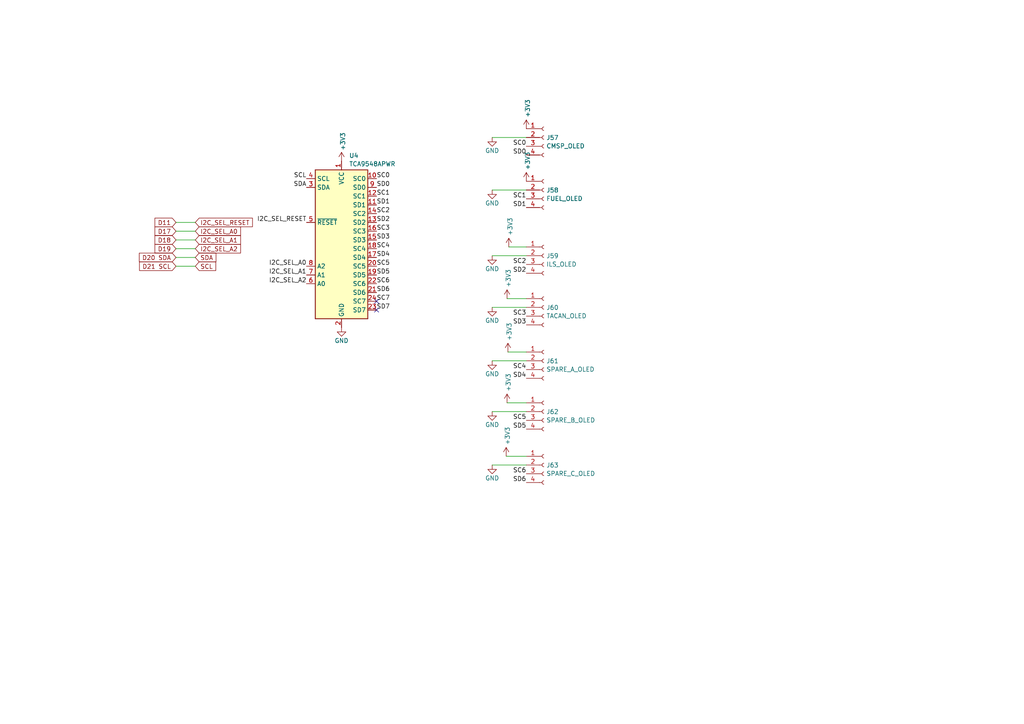
<source format=kicad_sch>
(kicad_sch (version 20231120) (generator "eeschema") (generator_version "8.0")
  (paper "A4")
  (lib_symbols
    (symbol "Connector:Conn_01x04_Socket" (pin_names (offset 1.016) hide)
      (property "Reference" "J" (at 0 5.08 0))
      (property "Value" "Conn_01x04_Socket" (at 0 -7.62 0))
      (symbol "Conn_01x04_Socket_1_1"
        (arc (start 0 -4.572) (mid -0.5058 -5.08) (end 0 -5.588) (stroke (width 0.1524)))
        (arc (start 0 -2.032) (mid -0.5058 -2.54) (end 0 -3.048) (stroke (width 0.1524)))
        (polyline (pts (xy -1.27 -5.08) (xy -0.508 -5.08)) (stroke (width 0.1524)))
        (polyline (pts (xy -1.27 -2.54) (xy -0.508 -2.54)) (stroke (width 0.1524)))
        (polyline (pts (xy -1.27 0) (xy -0.508 0)) (stroke (width 0.1524)))
        (polyline (pts (xy -1.27 2.54) (xy -0.508 2.54)) (stroke (width 0.1524)))
        (arc (start 0 0.508) (mid -0.5058 0) (end 0 -0.508) (stroke (width 0.1524)))
        (arc (start 0 3.048) (mid -0.5058 2.54) (end 0 2.032) (stroke (width 0.1524)))
        (pin passive line (at -5.08 2.54 0) (length 3.81) (name "Pin_1") (number "1"))
        (pin passive line (at -5.08 0 0) (length 3.81) (name "Pin_2") (number "2"))
        (pin passive line (at -5.08 -2.54 0) (length 3.81) (name "Pin_3") (number "3"))
        (pin passive line (at -5.08 -5.08 0) (length 3.81) (name "Pin_4") (number "4"))
      )
    )
    (symbol "GAUGE_Standby-Altimeter-rescue:+3.3V-power" (power) (pin_names (offset 0))
      (property "Value" "+3.3V-power" (at 0 3.556 0))
      (symbol "+3.3V-power_0_1"
        (polyline (pts (xy -0.762 1.27) (xy 0 2.54)))
        (polyline (pts (xy 0 0) (xy 0 2.54)))
        (polyline (pts (xy 0 2.54) (xy 0.762 1.27)))
      )
      (symbol "+3.3V-power_1_1"
        (pin power_in line (at 0 0 90) (length 0) hide (name "+3V3") (number "1"))
      )
    )
    (symbol "Interface_Expansion:TCA9548APWR"
      (property "Reference" "U4" (at 2.1941 24.4643 0))
      (property "Value" "TCA9548APWR" (at 2.1941 22.0401 0))
      (symbol "TCA9548APWR_0_1"
        (rectangle (start -7.62 20.32) (end 7.62 -22.86) (stroke (width 0.254)) (fill (type background)))
      )
      (symbol "TCA9548APWR_1_1"
        (pin power_in line (at 0 22.86 270) (length 2.54) (name "VCC") (number "1"))
        (pin output line (at 10.16 17.78 180) (length 2.54) (name "SC0") (number "10"))
        (pin bidirectional line (at 10.16 10.16 180) (length 2.54) (name "SD1") (number "11"))
        (pin output line (at 10.16 12.7 180) (length 2.54) (name "SC1") (number "12"))
        (pin bidirectional line (at 10.16 5.08 180) (length 2.54) (name "SD2") (number "13"))
        (pin output line (at 10.16 7.62 180) (length 2.54) (name "SC2") (number "14"))
        (pin bidirectional line (at 10.16 0 180) (length 2.54) (name "SD3") (number "15"))
        (pin output line (at 10.16 2.54 180) (length 2.54) (name "SC3") (number "16"))
        (pin bidirectional line (at 10.16 -5.08 180) (length 2.54) (name "SD4") (number "17"))
        (pin output line (at 10.16 -2.54 180) (length 2.54) (name "SC4") (number "18"))
        (pin bidirectional line (at 10.16 -10.16 180) (length 2.54) (name "SD5") (number "19"))
        (pin power_in line (at 0 -25.4 90) (length 2.54) (name "GND") (number "2"))
        (pin output line (at 10.16 -7.62 180) (length 2.54) (name "SC5") (number "20"))
        (pin bidirectional line (at 10.16 -15.24 180) (length 2.54) (name "SD6") (number "21"))
        (pin output line (at 10.16 -12.7 180) (length 2.54) (name "SC6") (number "22"))
        (pin bidirectional line (at 10.16 -20.32 180) (length 2.54) (name "SD7") (number "23"))
        (pin output line (at 10.16 -17.78 180) (length 2.54) (name "SC7") (number "24"))
        (pin bidirectional line (at -10.16 15.24 0) (length 2.54) (name "SDA") (number "3"))
        (pin input line (at -10.16 17.78 0) (length 2.54) (name "SCL") (number "4"))
        (pin input line (at -10.16 5.08 0) (length 2.54) (name "~{RESET}") (number "5"))
        (pin input line (at -10.16 -12.7 0) (length 2.54) (name "A0") (number "6"))
        (pin input line (at -10.16 -10.16 0) (length 2.54) (name "A1") (number "7"))
        (pin input line (at -10.16 -7.62 0) (length 2.54) (name "A2") (number "8"))
        (pin bidirectional line (at 10.16 15.24 180) (length 2.54) (name "SD0") (number "9"))
      )
    )
    (symbol "power:+3V3" (power) (pin_names (offset 0))
      (property "Value" "+3V3" (at 0 3.556 0))
      (symbol "+3V3_0_1"
        (polyline (pts (xy -0.762 1.27) (xy 0 2.54)))
        (polyline (pts (xy 0 0) (xy 0 2.54)))
        (polyline (pts (xy 0 2.54) (xy 0.762 1.27)))
      )
      (symbol "+3V3_1_1"
        (pin power_in line (at 0 0 90) (length 0) hide (name "+3V3") (number "1"))
      )
    )
    (symbol "power:GND" (power) (pin_names (offset 0))
      (property "Value" "GND" (at 0 -3.81 0))
      (symbol "GND_0_1"
        (polyline (pts (xy 0 0) (xy 0 -1.27) (xy 1.27 -1.27) (xy 0 -2.54) (xy -1.27 -1.27) (xy 0 -1.27)))
      )
      (symbol "GND_1_1"
        (pin power_in line (at 0 0 270) (length 0) hide (name "GND") (number "1"))
      )
    )
  )
  (no_connect (at 109.22 89.916))
  (no_connect (at 109.22 87.376))
  (wire (pts (xy 56.642 69.596) (xy 51.054 69.596)))
  (wire (pts (xy 142.748 39.878) (xy 152.654 39.878)))
  (wire (pts (xy 147.32 102.108) (xy 152.654 102.108)))
  (wire (pts (xy 56.642 67.056) (xy 51.054 67.056)))
  (wire (pts (xy 56.642 74.676) (xy 51.054 74.676)))
  (wire (pts (xy 56.642 77.216) (xy 51.054 77.216)))
  (wire (pts (xy 147.066 116.84) (xy 152.654 116.84)))
  (wire (pts (xy 146.812 132.334) (xy 152.654 132.334)))
  (wire (pts (xy 142.748 89.154) (xy 152.654 89.154)))
  (wire (pts (xy 142.748 55.118) (xy 152.654 55.118)))
  (wire (pts (xy 56.642 72.136) (xy 51.054 72.136)))
  (wire (pts (xy 142.748 74.168) (xy 152.654 74.168)))
  (wire (pts (xy 142.748 119.38) (xy 152.654 119.38)))
  (wire (pts (xy 147.066 86.614) (xy 152.654 86.614)))
  (wire (pts (xy 147.574 71.628) (xy 152.654 71.628)))
  (wire (pts (xy 56.642 64.516) (xy 51.054 64.516)))
  (wire (pts (xy 142.748 134.874) (xy 152.654 134.874)))
  (wire (pts (xy 142.748 104.648) (xy 152.654 104.648)))
  (label "SC7" (at 109.22 87.376 0))
  (label "SD6" (at 109.22 84.836 0))
  (label "SC3" (at 109.22 67.056 0))
  (label "SC6" (at 109.22 82.296 0))
  (label "SC5" (at 152.654 121.92 180))
  (label "SC2" (at 109.22 61.976 0))
  (label "SC2" (at 152.654 76.708 180))
  (label "SD5" (at 109.22 79.756 0))
  (label "I2C_SEL_A1" (at 88.9 79.756 180))
  (label "SD3" (at 152.654 94.234 180))
  (label "SD2" (at 152.654 79.248 180))
  (label "SC1" (at 152.654 57.658 180))
  (label "SCL" (at 88.9 51.816 180))
  (label "SC0" (at 152.654 42.418 180))
  (label "SDA" (at 88.9 54.356 180))
  (label "SD0" (at 109.22 54.356 0))
  (label "SD5" (at 152.654 124.46 180))
  (label "I2C_SEL_RESET" (at 88.9 64.516 180))
  (label "SC4" (at 152.654 107.188 180))
  (label "I2C_SEL_A0" (at 88.9 77.216 180))
  (label "SD7" (at 109.22 89.916 0))
  (label "I2C_SEL_A2" (at 88.9 82.296 180))
  (label "SC3" (at 152.654 91.694 180))
  (label "SC0" (at 109.22 51.816 0))
  (label "SD4" (at 152.654 109.728 180))
  (label "SD0" (at 152.654 44.958 180))
  (label "SD6" (at 152.654 139.954 180))
  (label "SD2" (at 109.22 64.516 0))
  (label "SD4" (at 109.22 74.676 0))
  (label "SC5" (at 109.22 77.216 0))
  (label "SD3" (at 109.22 69.596 0))
  (label "SC1" (at 109.22 56.896 0))
  (label "SC4" (at 109.22 72.136 0))
  (label "SC6" (at 152.654 137.414 180))
  (label "SD1" (at 109.22 59.436 0))
  (label "SD1" (at 152.654 60.198 180))
  (global_label "D21 SCL" (shape input) (at 51.054 77.216 180) (property "Intersheetrefs" "${INTERSHEET_REFS}" (effects (hide yes))))
  (global_label "D17" (shape input) (at 51.054 67.056 180) (property "Intersheetrefs" "${INTERSHEET_REFS}" (effects (hide yes))))
  (global_label "SCL" (shape input) (at 56.642 77.216 0) (property "Intersheetrefs" "${INTERSHEET_REFS}" (effects (hide yes))))
  (global_label "I2C_SEL_RESET" (shape input) (at 56.642 64.516 0) (property "Intersheetrefs" "${INTERSHEET_REFS}" (effects (hide yes))))
  (global_label "SDA" (shape input) (at 56.642 74.676 0) (property "Intersheetrefs" "${INTERSHEET_REFS}" (effects (hide yes))))
  (global_label "I2C_SEL_A2" (shape input) (at 56.642 72.136 0) (property "Intersheetrefs" "${INTERSHEET_REFS}" (effects (hide yes))))
  (global_label "D18" (shape input) (at 51.054 69.596 180) (property "Intersheetrefs" "${INTERSHEET_REFS}" (effects (hide yes))))
  (global_label "I2C_SEL_A1" (shape input) (at 56.642 69.596 0) (property "Intersheetrefs" "${INTERSHEET_REFS}" (effects (hide yes))))
  (global_label "D19" (shape input) (at 51.054 72.136 180) (property "Intersheetrefs" "${INTERSHEET_REFS}" (effects (hide yes))))
  (global_label "D20 SDA" (shape input) (at 51.054 74.676 180) (property "Intersheetrefs" "${INTERSHEET_REFS}" (effects (hide yes))))
  (global_label "D11" (shape input) (at 51.054 64.516 180) (property "Intersheetrefs" "${INTERSHEET_REFS}" (effects (hide yes))))
  (global_label "I2C_SEL_A0" (shape input) (at 56.642 67.056 0) (property "Intersheetrefs" "${INTERSHEET_REFS}" (effects (hide yes))))
  (symbol (lib_id "power:GND") (at 142.748 104.648 0) (unit 1)
    (property "Reference" "#PWR079" (effects (hide yes)))
    (property "Value" "GND" (at 142.748 108.458 0))
  )
  (symbol (lib_id "power:GND") (at 99.06 94.996 0) (unit 1)
    (property "Reference" "#PWR074" (effects (hide yes)))
    (property "Value" "GND" (at 99.06 98.806 0))
  )
  (symbol (lib_id "Connector:Conn_01x04_Socket") (at 157.734 55.118 0) (unit 1)
    (property "Reference" "J58" (at 158.4452 55.1758 0) (effects (justify left)))
    (property "Value" "FUEL_OLED" (at 158.4452 57.6001 0) (effects (justify left)))
    (property "Footprint" "Connector_Molex:Molex_KK-254_AE-6410-04A_1x04_P2.54mm_Vertical" (effects (hide yes)))
  )
  (symbol (lib_id "power:GND") (at 142.748 134.874 0) (unit 1)
    (property "Reference" "#PWR081" (effects (hide yes)))
    (property "Value" "GND" (at 142.748 138.684 0))
  )
  (symbol (lib_id "GAUGE_Standby-Altimeter-rescue:+3.3V-power") (at 147.32 102.108 0) (unit 1)
    (property "Reference" "#PWR086" (effects (hide yes)))
    (property "Value" "+3V3" (at 147.701 98.8568 90) (effects (justify left)))
  )
  (symbol (lib_id "GAUGE_Standby-Altimeter-rescue:+3.3V-power") (at 147.574 71.628 0) (unit 1)
    (property "Reference" "#PWR088" (effects (hide yes)))
    (property "Value" "+3V3" (at 147.955 68.3768 90) (effects (justify left)))
  )
  (symbol (lib_id "Interface_Expansion:TCA9548APWR") (at 99.06 69.596 0) (unit 1)
    (property "Reference" "U4" (at 101.2541 45.1317 0) (effects (justify left)))
    (property "Value" "TCA9548APWR" (at 101.2541 47.5559 0) (effects (justify left)))
    (property "Footprint" "Package_DIP:DIP-24_TCA9548A" (effects (hide yes)))
    (property "Datasheet" "http://www.ti.com/lit/ds/symlink/tca9548a.pdf" (effects (hide yes)))
  )
  (symbol (lib_id "power:+3V3") (at 99.06 46.736 0) (unit 1)
    (property "Reference" "#PWR073" (effects (hide yes)))
    (property "Value" "+3V3" (at 99.441 43.688 90) (effects (justify left)))
  )
  (symbol (lib_id "power:GND") (at 142.748 89.154 0) (unit 1)
    (property "Reference" "#PWR078" (effects (hide yes)))
    (property "Value" "GND" (at 142.748 92.964 0))
  )
  (symbol (lib_id "GAUGE_Standby-Altimeter-rescue:+3.3V-power") (at 152.654 52.578 0) (unit 1)
    (property "Reference" "#PWR090" (effects (hide yes)))
    (property "Value" "+3V3" (at 153.035 49.3268 90) (effects (justify left)))
  )
  (symbol (lib_id "Connector:Conn_01x04_Socket") (at 157.734 134.874 0) (unit 1)
    (property "Reference" "J63" (at 158.4452 134.9318 0) (effects (justify left)))
    (property "Value" "SPARE_C_OLED" (at 158.4452 137.3561 0) (effects (justify left)))
    (property "Footprint" "Connector_Molex:Molex_KK-254_AE-6410-04A_1x04_P2.54mm_Vertical" (effects (hide yes)))
  )
  (symbol (lib_id "power:GND") (at 142.748 39.878 0) (unit 1)
    (property "Reference" "#PWR075" (effects (hide yes)))
    (property "Value" "GND" (at 142.748 43.688 0))
  )
  (symbol (lib_id "power:GND") (at 142.748 55.118 0) (unit 1)
    (property "Reference" "#PWR076" (effects (hide yes)))
    (property "Value" "GND" (at 142.748 58.928 0))
  )
  (symbol (lib_id "Connector:Conn_01x04_Socket") (at 157.734 89.154 0) (unit 1)
    (property "Reference" "J60" (at 158.4452 89.2118 0) (effects (justify left)))
    (property "Value" "TACAN_OLED" (at 158.4452 91.6361 0) (effects (justify left)))
    (property "Footprint" "Connector_Molex:Molex_KK-254_AE-6410-04A_1x04_P2.54mm_Vertical" (effects (hide yes)))
  )
  (symbol (lib_id "Connector:Conn_01x04_Socket") (at 157.734 74.168 0) (unit 1)
    (property "Reference" "J59" (at 158.4452 74.2258 0) (effects (justify left)))
    (property "Value" "ILS_OLED" (at 158.4452 76.6501 0) (effects (justify left)))
    (property "Footprint" "Connector_Molex:Molex_KK-254_AE-6410-04A_1x04_P2.54mm_Vertical" (effects (hide yes)))
  )
  (symbol (lib_id "power:GND") (at 142.748 74.168 0) (unit 1)
    (property "Reference" "#PWR077" (effects (hide yes)))
    (property "Value" "GND" (at 142.748 77.978 0))
  )
  (symbol (lib_id "Connector:Conn_01x04_Socket") (at 157.734 104.648 0) (unit 1)
    (property "Reference" "J61" (at 158.4452 104.7058 0) (effects (justify left)))
    (property "Value" "SPARE_A_OLED" (at 158.4452 107.1301 0) (effects (justify left)))
    (property "Footprint" "Connector_Molex:Molex_KK-254_AE-6410-04A_1x04_P2.54mm_Vertical" (effects (hide yes)))
  )
  (symbol (lib_id "Connector:Conn_01x04_Socket") (at 157.734 39.878 0) (unit 1)
    (property "Reference" "J57" (at 158.4452 39.9358 0) (effects (justify left)))
    (property "Value" "CMSP_OLED" (at 158.4452 42.3601 0) (effects (justify left)))
    (property "Footprint" "Connector_Molex:Molex_KK-254_AE-6410-04A_1x04_P2.54mm_Vertical" (effects (hide yes)))
  )
  (symbol (lib_id "GAUGE_Standby-Altimeter-rescue:+3.3V-power") (at 152.654 37.338 0) (unit 1)
    (property "Reference" "#PWR089" (effects (hide yes)))
    (property "Value" "+3V3" (at 153.035 34.0868 90) (effects (justify left)))
  )
  (symbol (lib_id "GAUGE_Standby-Altimeter-rescue:+3.3V-power") (at 147.066 116.84 0) (unit 1)
    (property "Reference" "#PWR085" (effects (hide yes)))
    (property "Value" "+3V3" (at 147.447 113.5888 90) (effects (justify left)))
  )
  (symbol (lib_id "GAUGE_Standby-Altimeter-rescue:+3.3V-power") (at 147.066 86.614 0) (unit 1)
    (property "Reference" "#PWR084" (effects (hide yes)))
    (property "Value" "+3V3" (at 147.447 83.3628 90) (effects (justify left)))
  )
  (symbol (lib_id "Connector:Conn_01x04_Socket") (at 157.734 119.38 0) (unit 1)
    (property "Reference" "J62" (at 158.4452 119.4378 0) (effects (justify left)))
    (property "Value" "SPARE_B_OLED" (at 158.4452 121.8621 0) (effects (justify left)))
    (property "Footprint" "Connector_Molex:Molex_KK-254_AE-6410-04A_1x04_P2.54mm_Vertical" (effects (hide yes)))
  )
  (symbol (lib_id "power:GND") (at 142.748 119.38 0) (unit 1)
    (property "Reference" "#PWR080" (effects (hide yes)))
    (property "Value" "GND" (at 142.748 123.19 0))
  )
  (symbol (lib_id "GAUGE_Standby-Altimeter-rescue:+3.3V-power") (at 146.812 132.334 0) (unit 1)
    (property "Reference" "#PWR083" (effects (hide yes)))
    (property "Value" "+3V3" (at 147.193 129.0828 90) (effects (justify left)))
  )
)
</source>
